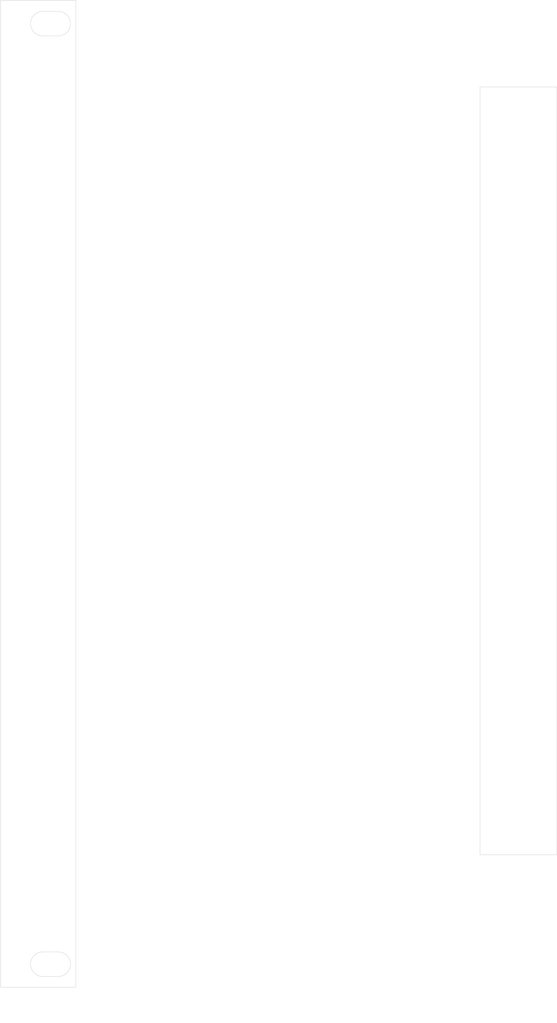
<source format=kicad_pcb>
(kicad_pcb (version 20221018) (generator pcbnew)

  (general
    (thickness 1.6)
  )

  (paper "A4")
  (layers
    (0 "F.Cu" signal)
    (31 "B.Cu" signal)
    (32 "B.Adhes" user "B.Adhesive")
    (33 "F.Adhes" user "F.Adhesive")
    (34 "B.Paste" user)
    (35 "F.Paste" user)
    (36 "B.SilkS" user "B.Silkscreen")
    (37 "F.SilkS" user "F.Silkscreen")
    (38 "B.Mask" user)
    (39 "F.Mask" user)
    (40 "Dwgs.User" user "User.Drawings")
    (41 "Cmts.User" user "User.Comments")
    (42 "Eco1.User" user "User.Eco1")
    (43 "Eco2.User" user "User.Eco2")
    (44 "Edge.Cuts" user)
    (45 "Margin" user)
    (46 "B.CrtYd" user "B.Courtyard")
    (47 "F.CrtYd" user "F.Courtyard")
    (48 "B.Fab" user)
    (49 "F.Fab" user)
    (50 "User.1" user)
    (51 "User.2" user)
    (52 "User.3" user)
    (53 "User.4" user)
    (54 "User.5" user)
    (55 "User.6" user)
    (56 "User.7" user)
    (57 "User.8" user)
    (58 "User.9" user)
  )

  (setup
    (pad_to_mask_clearance 0)
    (pcbplotparams
      (layerselection 0x00010fc_ffffffff)
      (plot_on_all_layers_selection 0x0000000_00000000)
      (disableapertmacros false)
      (usegerberextensions false)
      (usegerberattributes true)
      (usegerberadvancedattributes true)
      (creategerberjobfile true)
      (dashed_line_dash_ratio 12.000000)
      (dashed_line_gap_ratio 3.000000)
      (svgprecision 4)
      (plotframeref false)
      (viasonmask false)
      (mode 1)
      (useauxorigin false)
      (hpglpennumber 1)
      (hpglpenspeed 20)
      (hpglpendiameter 15.000000)
      (dxfpolygonmode true)
      (dxfimperialunits true)
      (dxfusepcbnewfont true)
      (psnegative false)
      (psa4output false)
      (plotreference true)
      (plotvalue true)
      (plotinvisibletext false)
      (sketchpadsonfab false)
      (subtractmaskfromsilk false)
      (outputformat 1)
      (mirror false)
      (drillshape 1)
      (scaleselection 1)
      (outputdirectory "")
    )
  )

  (net 0 "")

  (gr_line (start 79.8 165.2) (end 81.8 165.2)
    (stroke (width 0.05) (type solid)) (layer "Edge.Cuts") (tstamp 19220975-b96e-4562-9039-fdcd10f76fac))
  (gr_line (start 81.8 39.5) (end 79.8 39.5)
    (stroke (width 0.05) (type solid)) (layer "Edge.Cuts") (tstamp 29d29721-d4b1-4a2f-b578-09d4a4ad8643))
  (gr_arc (start 79.8 42.7) (mid 78.2 41.1) (end 79.8 39.5)
    (stroke (width 0.05) (type solid)) (layer "Edge.Cuts") (tstamp 2a18d5cf-6c30-4bf7-9653-dae639f00357))
  (gr_arc (start 81.8 39.5) (mid 83.4 41.1) (end 81.8 42.7)
    (stroke (width 0.05) (type solid)) (layer "Edge.Cuts") (tstamp 2e1dc565-7b44-4918-b46e-829b759bf263))
  (gr_line (start 136.7 149.35) (end 136.7 49.35)
    (stroke (width 0.05) (type solid)) (layer "Edge.Cuts") (tstamp 39b9369b-9d8b-4b29-912d-71690dc0e24b))
  (gr_line (start 84.1 166.6) (end 84.1 38.1)
    (stroke (width 0.05) (type solid)) (layer "Edge.Cuts") (tstamp 3e0a84df-56cc-4ced-ba2b-c956567a5f93))
  (gr_line (start 146.7 49.35) (end 136.7 49.35)
    (stroke (width 0.05) (type solid)) (layer "Edge.Cuts") (tstamp 46d43c7b-a327-43d5-954a-1356d29bdb56))
  (gr_line (start 74.3 38.1) (end 74.3 166.6)
    (stroke (width 0.05) (type solid)) (layer "Edge.Cuts") (tstamp 6d13e761-982d-41ee-9d57-c4f8b8e610b0))
  (gr_line (start 136.7 149.35) (end 146.7 149.35)
    (stroke (width 0.05) (type solid)) (layer "Edge.Cuts") (tstamp 7f18f06c-1516-4921-95ad-32640eb5fc06))
  (gr_line (start 74.3 166.6) (end 84.1 166.6)
    (stroke (width 0.05) (type solid)) (layer "Edge.Cuts") (tstamp 8c02a04e-98e4-4704-9283-dc13fc201c3f))
  (gr_line (start 84.1 38.1) (end 74.3 38.1)
    (stroke (width 0.05) (type solid)) (layer "Edge.Cuts") (tstamp b66727e4-c3d6-48fe-aad0-e7f4e4c53b27))
  (gr_line (start 146.7 49.35) (end 146.7 149.35)
    (stroke (width 0.05) (type default)) (layer "Edge.Cuts") (tstamp d2dc1a4d-6e99-41d0-bbc4-eeb6ab0e0f43))
  (gr_line (start 79.8 42.7) (end 81.8 42.7)
    (stroke (width 0.05) (type solid)) (layer "Edge.Cuts") (tstamp d4530a83-1f49-42bb-a917-713ba600e368))
  (gr_line (start 81.8 162) (end 79.8 162)
    (stroke (width 0.05) (type solid)) (layer "Edge.Cuts") (tstamp d57090af-0933-4c53-9b58-7ce6c54c7fbf))
  (gr_arc (start 81.8 162) (mid 83.4 163.6) (end 81.8 165.2)
    (stroke (width 0.05) (type solid)) (layer "Edge.Cuts") (tstamp ecc77182-e579-4a75-96d7-c2a4e1492b22))
  (gr_arc (start 79.8 165.2) (mid 78.2 163.6) (end 79.8 162)
    (stroke (width 0.05) (type solid)) (layer "Edge.Cuts") (tstamp f2d11541-7004-41dd-b14b-0a6b3a6891a1))
  (dimension (type aligned) (layer "Dwgs.User") (tstamp 35e9a820-4c63-4170-bedf-b2b1e73cac3e)
    (pts (xy 84.1 38.1) (xy 84.1 166.6))
    (height -3)
    (gr_text "128.5000 mm" (at 85.95 102.35 90) (layer "Dwgs.User") (tstamp 35e9a820-4c63-4170-bedf-b2b1e73cac3e)
      (effects (font (size 1 1) (thickness 0.15)))
    )
    (format (prefix "") (suffix "") (units 2) (units_format 1) (precision 4))
    (style (thickness 0.15) (arrow_length 1.27) (text_position_mode 0) (extension_height 0.58642) (extension_offset 0) keep_text_aligned)
  )
  (dimension (type aligned) (layer "Dwgs.User") (tstamp f85eec71-6a78-42aa-b367-ec692d418925)
    (pts (xy 84.1 166.6) (xy 74.3 166.6))
    (height -4)
    (gr_text "9.8000 mm" (at 79.2 169.45) (layer "Dwgs.User") (tstamp f85eec71-6a78-42aa-b367-ec692d418925)
      (effects (font (size 1 1) (thickness 0.15)))
    )
    (format (prefix "") (suffix "") (units 2) (units_format 1) (precision 4))
    (style (thickness 0.15) (arrow_length 1.27) (text_position_mode 0) (extension_height 0.58642) (extension_offset 0) keep_text_aligned)
  )

)

</source>
